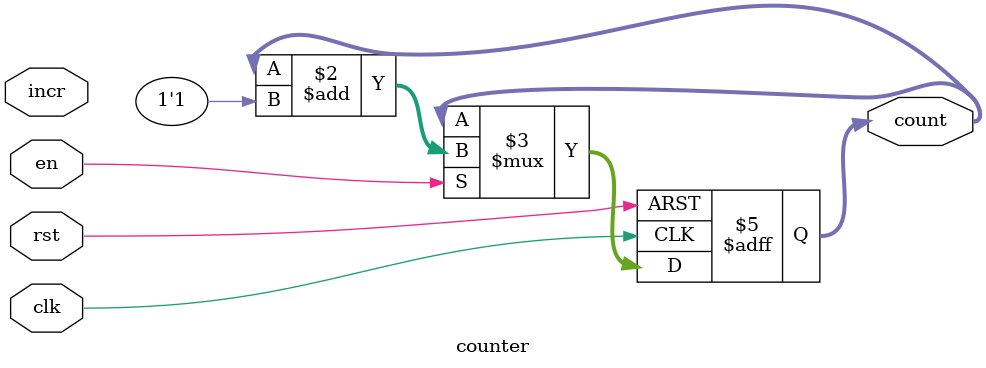
<source format=sv>
module counter #(
    parameter WIDTH = 8
)(
    input logic clk,
    input logic rst, 
    input logic en,
    input logic [WIDTH-1:0] incr,
    output logic [WIDTH-1:0] count
);

always @ (posedge clk, posedge rst)
    if (rst)
        count <= {WIDTH{1'b0}};
    else if(en) 
        count <= count + 1'b1;


endmodule

</source>
